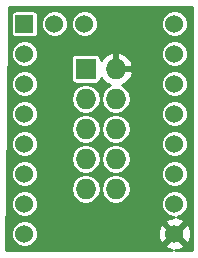
<source format=gbl>
G04 #@! TF.GenerationSoftware,KiCad,Pcbnew,5.0.2+dfsg1-1*
G04 #@! TF.CreationDate,2021-08-07T23:43:54+09:00*
G04 #@! TF.ProjectId,tmc-hv-adapter,746d632d-6876-42d6-9164-61707465722e,rev?*
G04 #@! TF.SameCoordinates,Original*
G04 #@! TF.FileFunction,Copper,L2,Bot*
G04 #@! TF.FilePolarity,Positive*
%FSLAX46Y46*%
G04 Gerber Fmt 4.6, Leading zero omitted, Abs format (unit mm)*
G04 Created by KiCad (PCBNEW 5.0.2+dfsg1-1) date Sat 07 Aug 2021 11:43:54 PM JST*
%MOMM*%
%LPD*%
G01*
G04 APERTURE LIST*
G04 #@! TA.AperFunction,ComponentPad*
%ADD10R,1.727200X1.727200*%
G04 #@! TD*
G04 #@! TA.AperFunction,ComponentPad*
%ADD11O,1.727200X1.727200*%
G04 #@! TD*
G04 #@! TA.AperFunction,ComponentPad*
%ADD12R,1.524000X1.524000*%
G04 #@! TD*
G04 #@! TA.AperFunction,ComponentPad*
%ADD13C,1.524000*%
G04 #@! TD*
G04 #@! TA.AperFunction,ViaPad*
%ADD14C,0.800000*%
G04 #@! TD*
G04 #@! TA.AperFunction,Conductor*
%ADD15C,0.254000*%
G04 #@! TD*
G04 APERTURE END LIST*
D10*
G04 #@! TO.P,J1,1*
G04 #@! TO.N,Net-(J1-Pad1)*
X152146000Y-72390000D03*
D11*
G04 #@! TO.P,J1,2*
G04 #@! TO.N,GND*
X154686000Y-72390000D03*
G04 #@! TO.P,J1,3*
G04 #@! TO.N,Net-(J1-Pad3)*
X152146000Y-74930000D03*
G04 #@! TO.P,J1,4*
G04 #@! TO.N,Net-(J1-Pad4)*
X154686000Y-74930000D03*
G04 #@! TO.P,J1,5*
G04 #@! TO.N,Net-(J1-Pad5)*
X152146000Y-77470000D03*
G04 #@! TO.P,J1,6*
G04 #@! TO.N,Net-(J1-Pad6)*
X154686000Y-77470000D03*
G04 #@! TO.P,J1,7*
G04 #@! TO.N,Net-(J1-Pad7)*
X152146000Y-80010000D03*
G04 #@! TO.P,J1,8*
G04 #@! TO.N,Net-(J1-Pad8)*
X154686000Y-80010000D03*
G04 #@! TO.P,J1,9*
G04 #@! TO.N,Net-(J1-Pad9)*
X152146000Y-82550000D03*
G04 #@! TO.P,J1,10*
G04 #@! TO.N,Net-(J1-Pad10)*
X154686000Y-82550000D03*
G04 #@! TD*
D12*
G04 #@! TO.P,U1,1*
G04 #@! TO.N,Net-(J1-Pad1)*
X146955001Y-68580000D03*
D13*
G04 #@! TO.P,U1,2*
G04 #@! TO.N,Net-(J1-Pad3)*
X146955001Y-71120000D03*
G04 #@! TO.P,U1,3*
G04 #@! TO.N,Net-(J1-Pad5)*
X146955001Y-73660000D03*
G04 #@! TO.P,U1,4*
G04 #@! TO.N,Net-(J1-Pad7)*
X146955001Y-76200000D03*
G04 #@! TO.P,U1,5*
G04 #@! TO.N,Net-(J1-Pad9)*
X146955001Y-78740000D03*
G04 #@! TO.P,U1,6*
G04 #@! TO.N,Net-(J1-Pad10)*
X146955001Y-81280000D03*
G04 #@! TO.P,U1,7*
G04 #@! TO.N,Net-(J1-Pad8)*
X146955001Y-83820000D03*
G04 #@! TO.P,U1,8*
G04 #@! TO.N,Net-(J1-Pad6)*
X146955001Y-86360000D03*
G04 #@! TO.P,U1,9*
G04 #@! TO.N,GND*
X159655001Y-86360000D03*
G04 #@! TO.P,U1,10*
G04 #@! TO.N,Net-(J1-Pad4)*
X159655001Y-83820000D03*
G04 #@! TO.P,U1,11*
G04 #@! TO.N,Net-(U1-Pad11)*
X159655001Y-81280000D03*
G04 #@! TO.P,U1,12*
G04 #@! TO.N,Net-(U1-Pad12)*
X159655001Y-78740000D03*
G04 #@! TO.P,U1,13*
G04 #@! TO.N,Net-(U1-Pad13)*
X159655001Y-76200000D03*
G04 #@! TO.P,U1,14*
G04 #@! TO.N,Net-(U1-Pad14)*
X159655001Y-73660000D03*
G04 #@! TO.P,U1,15*
G04 #@! TO.N,Net-(U1-Pad15)*
X159655001Y-71120000D03*
G04 #@! TO.P,U1,16*
G04 #@! TO.N,Net-(U1-Pad16)*
X159655001Y-68580000D03*
G04 #@! TO.P,U1,17*
G04 #@! TO.N,Net-(U1-Pad17)*
X149495001Y-68580000D03*
G04 #@! TO.P,U1,18*
G04 #@! TO.N,Net-(U1-Pad18)*
X152035001Y-68580000D03*
G04 #@! TD*
D14*
G04 #@! TO.N,GND*
X157480000Y-86360000D03*
X157480000Y-68580000D03*
G04 #@! TD*
D15*
G04 #@! TO.N,GND*
G36*
X161163000Y-87757000D02*
X159689932Y-87757000D01*
X160002369Y-87741362D01*
X160386144Y-87582397D01*
X160455609Y-87340213D01*
X159655001Y-86539605D01*
X158854393Y-87340213D01*
X158923858Y-87582397D01*
X159413264Y-87757000D01*
X145416559Y-87757000D01*
X145436368Y-86132643D01*
X145812001Y-86132643D01*
X145812001Y-86587357D01*
X145986012Y-87007458D01*
X146307543Y-87328989D01*
X146727644Y-87503000D01*
X147182358Y-87503000D01*
X147602459Y-87328989D01*
X147923990Y-87007458D01*
X148098001Y-86587357D01*
X148098001Y-86152302D01*
X158245857Y-86152302D01*
X158273639Y-86707368D01*
X158432604Y-87091143D01*
X158674788Y-87160608D01*
X159475396Y-86360000D01*
X159834606Y-86360000D01*
X160635214Y-87160608D01*
X160877398Y-87091143D01*
X161064145Y-86567698D01*
X161036363Y-86012632D01*
X160877398Y-85628857D01*
X160635214Y-85559392D01*
X159834606Y-86360000D01*
X159475396Y-86360000D01*
X158674788Y-85559392D01*
X158432604Y-85628857D01*
X158245857Y-86152302D01*
X148098001Y-86152302D01*
X148098001Y-86132643D01*
X147923990Y-85712542D01*
X147602459Y-85391011D01*
X147182358Y-85217000D01*
X146727644Y-85217000D01*
X146307543Y-85391011D01*
X145986012Y-85712542D01*
X145812001Y-86132643D01*
X145436368Y-86132643D01*
X145467343Y-83592643D01*
X145812001Y-83592643D01*
X145812001Y-84047357D01*
X145986012Y-84467458D01*
X146307543Y-84788989D01*
X146727644Y-84963000D01*
X147182358Y-84963000D01*
X147602459Y-84788989D01*
X147923990Y-84467458D01*
X148098001Y-84047357D01*
X148098001Y-83592643D01*
X147923990Y-83172542D01*
X147602459Y-82851011D01*
X147182358Y-82677000D01*
X146727644Y-82677000D01*
X146307543Y-82851011D01*
X145986012Y-83172542D01*
X145812001Y-83592643D01*
X145467343Y-83592643D01*
X145480057Y-82550000D01*
X150877017Y-82550000D01*
X150973613Y-83035619D01*
X151248694Y-83447306D01*
X151660381Y-83722387D01*
X152023419Y-83794600D01*
X152268581Y-83794600D01*
X152631619Y-83722387D01*
X153043306Y-83447306D01*
X153318387Y-83035619D01*
X153414983Y-82550000D01*
X153417017Y-82550000D01*
X153513613Y-83035619D01*
X153788694Y-83447306D01*
X154200381Y-83722387D01*
X154563419Y-83794600D01*
X154808581Y-83794600D01*
X155171619Y-83722387D01*
X155365794Y-83592643D01*
X158512001Y-83592643D01*
X158512001Y-84047357D01*
X158686012Y-84467458D01*
X159007543Y-84788989D01*
X159427644Y-84963000D01*
X159620070Y-84963000D01*
X159307633Y-84978638D01*
X158923858Y-85137603D01*
X158854393Y-85379787D01*
X159655001Y-86180395D01*
X160455609Y-85379787D01*
X160386144Y-85137603D01*
X159889012Y-84960244D01*
X160302459Y-84788989D01*
X160623990Y-84467458D01*
X160798001Y-84047357D01*
X160798001Y-83592643D01*
X160623990Y-83172542D01*
X160302459Y-82851011D01*
X159882358Y-82677000D01*
X159427644Y-82677000D01*
X159007543Y-82851011D01*
X158686012Y-83172542D01*
X158512001Y-83592643D01*
X155365794Y-83592643D01*
X155583306Y-83447306D01*
X155858387Y-83035619D01*
X155954983Y-82550000D01*
X155858387Y-82064381D01*
X155583306Y-81652694D01*
X155171619Y-81377613D01*
X154808581Y-81305400D01*
X154563419Y-81305400D01*
X154200381Y-81377613D01*
X153788694Y-81652694D01*
X153513613Y-82064381D01*
X153417017Y-82550000D01*
X153414983Y-82550000D01*
X153318387Y-82064381D01*
X153043306Y-81652694D01*
X152631619Y-81377613D01*
X152268581Y-81305400D01*
X152023419Y-81305400D01*
X151660381Y-81377613D01*
X151248694Y-81652694D01*
X150973613Y-82064381D01*
X150877017Y-82550000D01*
X145480057Y-82550000D01*
X145498318Y-81052643D01*
X145812001Y-81052643D01*
X145812001Y-81507357D01*
X145986012Y-81927458D01*
X146307543Y-82248989D01*
X146727644Y-82423000D01*
X147182358Y-82423000D01*
X147602459Y-82248989D01*
X147923990Y-81927458D01*
X148098001Y-81507357D01*
X148098001Y-81052643D01*
X147923990Y-80632542D01*
X147602459Y-80311011D01*
X147182358Y-80137000D01*
X146727644Y-80137000D01*
X146307543Y-80311011D01*
X145986012Y-80632542D01*
X145812001Y-81052643D01*
X145498318Y-81052643D01*
X145511032Y-80010000D01*
X150877017Y-80010000D01*
X150973613Y-80495619D01*
X151248694Y-80907306D01*
X151660381Y-81182387D01*
X152023419Y-81254600D01*
X152268581Y-81254600D01*
X152631619Y-81182387D01*
X153043306Y-80907306D01*
X153318387Y-80495619D01*
X153414983Y-80010000D01*
X153417017Y-80010000D01*
X153513613Y-80495619D01*
X153788694Y-80907306D01*
X154200381Y-81182387D01*
X154563419Y-81254600D01*
X154808581Y-81254600D01*
X155171619Y-81182387D01*
X155365794Y-81052643D01*
X158512001Y-81052643D01*
X158512001Y-81507357D01*
X158686012Y-81927458D01*
X159007543Y-82248989D01*
X159427644Y-82423000D01*
X159882358Y-82423000D01*
X160302459Y-82248989D01*
X160623990Y-81927458D01*
X160798001Y-81507357D01*
X160798001Y-81052643D01*
X160623990Y-80632542D01*
X160302459Y-80311011D01*
X159882358Y-80137000D01*
X159427644Y-80137000D01*
X159007543Y-80311011D01*
X158686012Y-80632542D01*
X158512001Y-81052643D01*
X155365794Y-81052643D01*
X155583306Y-80907306D01*
X155858387Y-80495619D01*
X155954983Y-80010000D01*
X155858387Y-79524381D01*
X155583306Y-79112694D01*
X155171619Y-78837613D01*
X154808581Y-78765400D01*
X154563419Y-78765400D01*
X154200381Y-78837613D01*
X153788694Y-79112694D01*
X153513613Y-79524381D01*
X153417017Y-80010000D01*
X153414983Y-80010000D01*
X153318387Y-79524381D01*
X153043306Y-79112694D01*
X152631619Y-78837613D01*
X152268581Y-78765400D01*
X152023419Y-78765400D01*
X151660381Y-78837613D01*
X151248694Y-79112694D01*
X150973613Y-79524381D01*
X150877017Y-80010000D01*
X145511032Y-80010000D01*
X145529293Y-78512643D01*
X145812001Y-78512643D01*
X145812001Y-78967357D01*
X145986012Y-79387458D01*
X146307543Y-79708989D01*
X146727644Y-79883000D01*
X147182358Y-79883000D01*
X147602459Y-79708989D01*
X147923990Y-79387458D01*
X148098001Y-78967357D01*
X148098001Y-78512643D01*
X147923990Y-78092542D01*
X147602459Y-77771011D01*
X147182358Y-77597000D01*
X146727644Y-77597000D01*
X146307543Y-77771011D01*
X145986012Y-78092542D01*
X145812001Y-78512643D01*
X145529293Y-78512643D01*
X145542007Y-77470000D01*
X150877017Y-77470000D01*
X150973613Y-77955619D01*
X151248694Y-78367306D01*
X151660381Y-78642387D01*
X152023419Y-78714600D01*
X152268581Y-78714600D01*
X152631619Y-78642387D01*
X153043306Y-78367306D01*
X153318387Y-77955619D01*
X153414983Y-77470000D01*
X153417017Y-77470000D01*
X153513613Y-77955619D01*
X153788694Y-78367306D01*
X154200381Y-78642387D01*
X154563419Y-78714600D01*
X154808581Y-78714600D01*
X155171619Y-78642387D01*
X155365794Y-78512643D01*
X158512001Y-78512643D01*
X158512001Y-78967357D01*
X158686012Y-79387458D01*
X159007543Y-79708989D01*
X159427644Y-79883000D01*
X159882358Y-79883000D01*
X160302459Y-79708989D01*
X160623990Y-79387458D01*
X160798001Y-78967357D01*
X160798001Y-78512643D01*
X160623990Y-78092542D01*
X160302459Y-77771011D01*
X159882358Y-77597000D01*
X159427644Y-77597000D01*
X159007543Y-77771011D01*
X158686012Y-78092542D01*
X158512001Y-78512643D01*
X155365794Y-78512643D01*
X155583306Y-78367306D01*
X155858387Y-77955619D01*
X155954983Y-77470000D01*
X155858387Y-76984381D01*
X155583306Y-76572694D01*
X155171619Y-76297613D01*
X154808581Y-76225400D01*
X154563419Y-76225400D01*
X154200381Y-76297613D01*
X153788694Y-76572694D01*
X153513613Y-76984381D01*
X153417017Y-77470000D01*
X153414983Y-77470000D01*
X153318387Y-76984381D01*
X153043306Y-76572694D01*
X152631619Y-76297613D01*
X152268581Y-76225400D01*
X152023419Y-76225400D01*
X151660381Y-76297613D01*
X151248694Y-76572694D01*
X150973613Y-76984381D01*
X150877017Y-77470000D01*
X145542007Y-77470000D01*
X145560268Y-75972643D01*
X145812001Y-75972643D01*
X145812001Y-76427357D01*
X145986012Y-76847458D01*
X146307543Y-77168989D01*
X146727644Y-77343000D01*
X147182358Y-77343000D01*
X147602459Y-77168989D01*
X147923990Y-76847458D01*
X148098001Y-76427357D01*
X148098001Y-75972643D01*
X147923990Y-75552542D01*
X147602459Y-75231011D01*
X147182358Y-75057000D01*
X146727644Y-75057000D01*
X146307543Y-75231011D01*
X145986012Y-75552542D01*
X145812001Y-75972643D01*
X145560268Y-75972643D01*
X145572983Y-74930000D01*
X150877017Y-74930000D01*
X150973613Y-75415619D01*
X151248694Y-75827306D01*
X151660381Y-76102387D01*
X152023419Y-76174600D01*
X152268581Y-76174600D01*
X152631619Y-76102387D01*
X153043306Y-75827306D01*
X153318387Y-75415619D01*
X153414983Y-74930000D01*
X153318387Y-74444381D01*
X153043306Y-74032694D01*
X152631619Y-73757613D01*
X152268581Y-73685400D01*
X152023419Y-73685400D01*
X151660381Y-73757613D01*
X151248694Y-74032694D01*
X150973613Y-74444381D01*
X150877017Y-74930000D01*
X145572983Y-74930000D01*
X145591244Y-73432643D01*
X145812001Y-73432643D01*
X145812001Y-73887357D01*
X145986012Y-74307458D01*
X146307543Y-74628989D01*
X146727644Y-74803000D01*
X147182358Y-74803000D01*
X147602459Y-74628989D01*
X147923990Y-74307458D01*
X148098001Y-73887357D01*
X148098001Y-73432643D01*
X147923990Y-73012542D01*
X147602459Y-72691011D01*
X147182358Y-72517000D01*
X146727644Y-72517000D01*
X146307543Y-72691011D01*
X145986012Y-73012542D01*
X145812001Y-73432643D01*
X145591244Y-73432643D01*
X145622220Y-70892643D01*
X145812001Y-70892643D01*
X145812001Y-71347357D01*
X145986012Y-71767458D01*
X146307543Y-72088989D01*
X146727644Y-72263000D01*
X147182358Y-72263000D01*
X147602459Y-72088989D01*
X147923990Y-71767458D01*
X148023839Y-71526400D01*
X150893936Y-71526400D01*
X150893936Y-73253600D01*
X150923506Y-73402259D01*
X151007714Y-73528286D01*
X151133741Y-73612494D01*
X151282400Y-73642064D01*
X153009600Y-73642064D01*
X153158259Y-73612494D01*
X153284286Y-73528286D01*
X153368494Y-73402259D01*
X153398064Y-73253600D01*
X153398064Y-73152276D01*
X153403312Y-73164947D01*
X153797510Y-73596821D01*
X154175730Y-73774084D01*
X153788694Y-74032694D01*
X153513613Y-74444381D01*
X153417017Y-74930000D01*
X153513613Y-75415619D01*
X153788694Y-75827306D01*
X154200381Y-76102387D01*
X154563419Y-76174600D01*
X154808581Y-76174600D01*
X155171619Y-76102387D01*
X155365794Y-75972643D01*
X158512001Y-75972643D01*
X158512001Y-76427357D01*
X158686012Y-76847458D01*
X159007543Y-77168989D01*
X159427644Y-77343000D01*
X159882358Y-77343000D01*
X160302459Y-77168989D01*
X160623990Y-76847458D01*
X160798001Y-76427357D01*
X160798001Y-75972643D01*
X160623990Y-75552542D01*
X160302459Y-75231011D01*
X159882358Y-75057000D01*
X159427644Y-75057000D01*
X159007543Y-75231011D01*
X158686012Y-75552542D01*
X158512001Y-75972643D01*
X155365794Y-75972643D01*
X155583306Y-75827306D01*
X155858387Y-75415619D01*
X155954983Y-74930000D01*
X155858387Y-74444381D01*
X155583306Y-74032694D01*
X155196270Y-73774084D01*
X155574490Y-73596821D01*
X155724345Y-73432643D01*
X158512001Y-73432643D01*
X158512001Y-73887357D01*
X158686012Y-74307458D01*
X159007543Y-74628989D01*
X159427644Y-74803000D01*
X159882358Y-74803000D01*
X160302459Y-74628989D01*
X160623990Y-74307458D01*
X160798001Y-73887357D01*
X160798001Y-73432643D01*
X160623990Y-73012542D01*
X160302459Y-72691011D01*
X159882358Y-72517000D01*
X159427644Y-72517000D01*
X159007543Y-72691011D01*
X158686012Y-73012542D01*
X158512001Y-73432643D01*
X155724345Y-73432643D01*
X155968688Y-73164947D01*
X156140958Y-72749026D01*
X156019817Y-72517000D01*
X154813000Y-72517000D01*
X154813000Y-72537000D01*
X154559000Y-72537000D01*
X154559000Y-72517000D01*
X154539000Y-72517000D01*
X154539000Y-72263000D01*
X154559000Y-72263000D01*
X154559000Y-71055531D01*
X154813000Y-71055531D01*
X154813000Y-72263000D01*
X156019817Y-72263000D01*
X156140958Y-72030974D01*
X155968688Y-71615053D01*
X155574490Y-71183179D01*
X155045027Y-70935032D01*
X154813000Y-71055531D01*
X154559000Y-71055531D01*
X154326973Y-70935032D01*
X153797510Y-71183179D01*
X153403312Y-71615053D01*
X153398064Y-71627724D01*
X153398064Y-71526400D01*
X153368494Y-71377741D01*
X153284286Y-71251714D01*
X153158259Y-71167506D01*
X153009600Y-71137936D01*
X151282400Y-71137936D01*
X151133741Y-71167506D01*
X151007714Y-71251714D01*
X150923506Y-71377741D01*
X150893936Y-71526400D01*
X148023839Y-71526400D01*
X148098001Y-71347357D01*
X148098001Y-70892643D01*
X158512001Y-70892643D01*
X158512001Y-71347357D01*
X158686012Y-71767458D01*
X159007543Y-72088989D01*
X159427644Y-72263000D01*
X159882358Y-72263000D01*
X160302459Y-72088989D01*
X160623990Y-71767458D01*
X160798001Y-71347357D01*
X160798001Y-70892643D01*
X160623990Y-70472542D01*
X160302459Y-70151011D01*
X159882358Y-69977000D01*
X159427644Y-69977000D01*
X159007543Y-70151011D01*
X158686012Y-70472542D01*
X158512001Y-70892643D01*
X148098001Y-70892643D01*
X147923990Y-70472542D01*
X147602459Y-70151011D01*
X147182358Y-69977000D01*
X146727644Y-69977000D01*
X146307543Y-70151011D01*
X145986012Y-70472542D01*
X145812001Y-70892643D01*
X145622220Y-70892643D01*
X145659717Y-67818000D01*
X145804537Y-67818000D01*
X145804537Y-69342000D01*
X145834107Y-69490659D01*
X145918315Y-69616686D01*
X146044342Y-69700894D01*
X146193001Y-69730464D01*
X147717001Y-69730464D01*
X147865660Y-69700894D01*
X147991687Y-69616686D01*
X148075895Y-69490659D01*
X148105465Y-69342000D01*
X148105465Y-68352643D01*
X148352001Y-68352643D01*
X148352001Y-68807357D01*
X148526012Y-69227458D01*
X148847543Y-69548989D01*
X149267644Y-69723000D01*
X149722358Y-69723000D01*
X150142459Y-69548989D01*
X150463990Y-69227458D01*
X150638001Y-68807357D01*
X150638001Y-68352643D01*
X150892001Y-68352643D01*
X150892001Y-68807357D01*
X151066012Y-69227458D01*
X151387543Y-69548989D01*
X151807644Y-69723000D01*
X152262358Y-69723000D01*
X152682459Y-69548989D01*
X153003990Y-69227458D01*
X153178001Y-68807357D01*
X153178001Y-68352643D01*
X158512001Y-68352643D01*
X158512001Y-68807357D01*
X158686012Y-69227458D01*
X159007543Y-69548989D01*
X159427644Y-69723000D01*
X159882358Y-69723000D01*
X160302459Y-69548989D01*
X160623990Y-69227458D01*
X160798001Y-68807357D01*
X160798001Y-68352643D01*
X160623990Y-67932542D01*
X160302459Y-67611011D01*
X159882358Y-67437000D01*
X159427644Y-67437000D01*
X159007543Y-67611011D01*
X158686012Y-67932542D01*
X158512001Y-68352643D01*
X153178001Y-68352643D01*
X153003990Y-67932542D01*
X152682459Y-67611011D01*
X152262358Y-67437000D01*
X151807644Y-67437000D01*
X151387543Y-67611011D01*
X151066012Y-67932542D01*
X150892001Y-68352643D01*
X150638001Y-68352643D01*
X150463990Y-67932542D01*
X150142459Y-67611011D01*
X149722358Y-67437000D01*
X149267644Y-67437000D01*
X148847543Y-67611011D01*
X148526012Y-67932542D01*
X148352001Y-68352643D01*
X148105465Y-68352643D01*
X148105465Y-67818000D01*
X148075895Y-67669341D01*
X147991687Y-67543314D01*
X147865660Y-67459106D01*
X147717001Y-67429536D01*
X146193001Y-67429536D01*
X146044342Y-67459106D01*
X145918315Y-67543314D01*
X145834107Y-67669341D01*
X145804537Y-67818000D01*
X145659717Y-67818000D01*
X145667461Y-67183000D01*
X161163000Y-67183000D01*
X161163000Y-87757000D01*
X161163000Y-87757000D01*
G37*
X161163000Y-87757000D02*
X159689932Y-87757000D01*
X160002369Y-87741362D01*
X160386144Y-87582397D01*
X160455609Y-87340213D01*
X159655001Y-86539605D01*
X158854393Y-87340213D01*
X158923858Y-87582397D01*
X159413264Y-87757000D01*
X145416559Y-87757000D01*
X145436368Y-86132643D01*
X145812001Y-86132643D01*
X145812001Y-86587357D01*
X145986012Y-87007458D01*
X146307543Y-87328989D01*
X146727644Y-87503000D01*
X147182358Y-87503000D01*
X147602459Y-87328989D01*
X147923990Y-87007458D01*
X148098001Y-86587357D01*
X148098001Y-86152302D01*
X158245857Y-86152302D01*
X158273639Y-86707368D01*
X158432604Y-87091143D01*
X158674788Y-87160608D01*
X159475396Y-86360000D01*
X159834606Y-86360000D01*
X160635214Y-87160608D01*
X160877398Y-87091143D01*
X161064145Y-86567698D01*
X161036363Y-86012632D01*
X160877398Y-85628857D01*
X160635214Y-85559392D01*
X159834606Y-86360000D01*
X159475396Y-86360000D01*
X158674788Y-85559392D01*
X158432604Y-85628857D01*
X158245857Y-86152302D01*
X148098001Y-86152302D01*
X148098001Y-86132643D01*
X147923990Y-85712542D01*
X147602459Y-85391011D01*
X147182358Y-85217000D01*
X146727644Y-85217000D01*
X146307543Y-85391011D01*
X145986012Y-85712542D01*
X145812001Y-86132643D01*
X145436368Y-86132643D01*
X145467343Y-83592643D01*
X145812001Y-83592643D01*
X145812001Y-84047357D01*
X145986012Y-84467458D01*
X146307543Y-84788989D01*
X146727644Y-84963000D01*
X147182358Y-84963000D01*
X147602459Y-84788989D01*
X147923990Y-84467458D01*
X148098001Y-84047357D01*
X148098001Y-83592643D01*
X147923990Y-83172542D01*
X147602459Y-82851011D01*
X147182358Y-82677000D01*
X146727644Y-82677000D01*
X146307543Y-82851011D01*
X145986012Y-83172542D01*
X145812001Y-83592643D01*
X145467343Y-83592643D01*
X145480057Y-82550000D01*
X150877017Y-82550000D01*
X150973613Y-83035619D01*
X151248694Y-83447306D01*
X151660381Y-83722387D01*
X152023419Y-83794600D01*
X152268581Y-83794600D01*
X152631619Y-83722387D01*
X153043306Y-83447306D01*
X153318387Y-83035619D01*
X153414983Y-82550000D01*
X153417017Y-82550000D01*
X153513613Y-83035619D01*
X153788694Y-83447306D01*
X154200381Y-83722387D01*
X154563419Y-83794600D01*
X154808581Y-83794600D01*
X155171619Y-83722387D01*
X155365794Y-83592643D01*
X158512001Y-83592643D01*
X158512001Y-84047357D01*
X158686012Y-84467458D01*
X159007543Y-84788989D01*
X159427644Y-84963000D01*
X159620070Y-84963000D01*
X159307633Y-84978638D01*
X158923858Y-85137603D01*
X158854393Y-85379787D01*
X159655001Y-86180395D01*
X160455609Y-85379787D01*
X160386144Y-85137603D01*
X159889012Y-84960244D01*
X160302459Y-84788989D01*
X160623990Y-84467458D01*
X160798001Y-84047357D01*
X160798001Y-83592643D01*
X160623990Y-83172542D01*
X160302459Y-82851011D01*
X159882358Y-82677000D01*
X159427644Y-82677000D01*
X159007543Y-82851011D01*
X158686012Y-83172542D01*
X158512001Y-83592643D01*
X155365794Y-83592643D01*
X155583306Y-83447306D01*
X155858387Y-83035619D01*
X155954983Y-82550000D01*
X155858387Y-82064381D01*
X155583306Y-81652694D01*
X155171619Y-81377613D01*
X154808581Y-81305400D01*
X154563419Y-81305400D01*
X154200381Y-81377613D01*
X153788694Y-81652694D01*
X153513613Y-82064381D01*
X153417017Y-82550000D01*
X153414983Y-82550000D01*
X153318387Y-82064381D01*
X153043306Y-81652694D01*
X152631619Y-81377613D01*
X152268581Y-81305400D01*
X152023419Y-81305400D01*
X151660381Y-81377613D01*
X151248694Y-81652694D01*
X150973613Y-82064381D01*
X150877017Y-82550000D01*
X145480057Y-82550000D01*
X145498318Y-81052643D01*
X145812001Y-81052643D01*
X145812001Y-81507357D01*
X145986012Y-81927458D01*
X146307543Y-82248989D01*
X146727644Y-82423000D01*
X147182358Y-82423000D01*
X147602459Y-82248989D01*
X147923990Y-81927458D01*
X148098001Y-81507357D01*
X148098001Y-81052643D01*
X147923990Y-80632542D01*
X147602459Y-80311011D01*
X147182358Y-80137000D01*
X146727644Y-80137000D01*
X146307543Y-80311011D01*
X145986012Y-80632542D01*
X145812001Y-81052643D01*
X145498318Y-81052643D01*
X145511032Y-80010000D01*
X150877017Y-80010000D01*
X150973613Y-80495619D01*
X151248694Y-80907306D01*
X151660381Y-81182387D01*
X152023419Y-81254600D01*
X152268581Y-81254600D01*
X152631619Y-81182387D01*
X153043306Y-80907306D01*
X153318387Y-80495619D01*
X153414983Y-80010000D01*
X153417017Y-80010000D01*
X153513613Y-80495619D01*
X153788694Y-80907306D01*
X154200381Y-81182387D01*
X154563419Y-81254600D01*
X154808581Y-81254600D01*
X155171619Y-81182387D01*
X155365794Y-81052643D01*
X158512001Y-81052643D01*
X158512001Y-81507357D01*
X158686012Y-81927458D01*
X159007543Y-82248989D01*
X159427644Y-82423000D01*
X159882358Y-82423000D01*
X160302459Y-82248989D01*
X160623990Y-81927458D01*
X160798001Y-81507357D01*
X160798001Y-81052643D01*
X160623990Y-80632542D01*
X160302459Y-80311011D01*
X159882358Y-80137000D01*
X159427644Y-80137000D01*
X159007543Y-80311011D01*
X158686012Y-80632542D01*
X158512001Y-81052643D01*
X155365794Y-81052643D01*
X155583306Y-80907306D01*
X155858387Y-80495619D01*
X155954983Y-80010000D01*
X155858387Y-79524381D01*
X155583306Y-79112694D01*
X155171619Y-78837613D01*
X154808581Y-78765400D01*
X154563419Y-78765400D01*
X154200381Y-78837613D01*
X153788694Y-79112694D01*
X153513613Y-79524381D01*
X153417017Y-80010000D01*
X153414983Y-80010000D01*
X153318387Y-79524381D01*
X153043306Y-79112694D01*
X152631619Y-78837613D01*
X152268581Y-78765400D01*
X152023419Y-78765400D01*
X151660381Y-78837613D01*
X151248694Y-79112694D01*
X150973613Y-79524381D01*
X150877017Y-80010000D01*
X145511032Y-80010000D01*
X145529293Y-78512643D01*
X145812001Y-78512643D01*
X145812001Y-78967357D01*
X145986012Y-79387458D01*
X146307543Y-79708989D01*
X146727644Y-79883000D01*
X147182358Y-79883000D01*
X147602459Y-79708989D01*
X147923990Y-79387458D01*
X148098001Y-78967357D01*
X148098001Y-78512643D01*
X147923990Y-78092542D01*
X147602459Y-77771011D01*
X147182358Y-77597000D01*
X146727644Y-77597000D01*
X146307543Y-77771011D01*
X145986012Y-78092542D01*
X145812001Y-78512643D01*
X145529293Y-78512643D01*
X145542007Y-77470000D01*
X150877017Y-77470000D01*
X150973613Y-77955619D01*
X151248694Y-78367306D01*
X151660381Y-78642387D01*
X152023419Y-78714600D01*
X152268581Y-78714600D01*
X152631619Y-78642387D01*
X153043306Y-78367306D01*
X153318387Y-77955619D01*
X153414983Y-77470000D01*
X153417017Y-77470000D01*
X153513613Y-77955619D01*
X153788694Y-78367306D01*
X154200381Y-78642387D01*
X154563419Y-78714600D01*
X154808581Y-78714600D01*
X155171619Y-78642387D01*
X155365794Y-78512643D01*
X158512001Y-78512643D01*
X158512001Y-78967357D01*
X158686012Y-79387458D01*
X159007543Y-79708989D01*
X159427644Y-79883000D01*
X159882358Y-79883000D01*
X160302459Y-79708989D01*
X160623990Y-79387458D01*
X160798001Y-78967357D01*
X160798001Y-78512643D01*
X160623990Y-78092542D01*
X160302459Y-77771011D01*
X159882358Y-77597000D01*
X159427644Y-77597000D01*
X159007543Y-77771011D01*
X158686012Y-78092542D01*
X158512001Y-78512643D01*
X155365794Y-78512643D01*
X155583306Y-78367306D01*
X155858387Y-77955619D01*
X155954983Y-77470000D01*
X155858387Y-76984381D01*
X155583306Y-76572694D01*
X155171619Y-76297613D01*
X154808581Y-76225400D01*
X154563419Y-76225400D01*
X154200381Y-76297613D01*
X153788694Y-76572694D01*
X153513613Y-76984381D01*
X153417017Y-77470000D01*
X153414983Y-77470000D01*
X153318387Y-76984381D01*
X153043306Y-76572694D01*
X152631619Y-76297613D01*
X152268581Y-76225400D01*
X152023419Y-76225400D01*
X151660381Y-76297613D01*
X151248694Y-76572694D01*
X150973613Y-76984381D01*
X150877017Y-77470000D01*
X145542007Y-77470000D01*
X145560268Y-75972643D01*
X145812001Y-75972643D01*
X145812001Y-76427357D01*
X145986012Y-76847458D01*
X146307543Y-77168989D01*
X146727644Y-77343000D01*
X147182358Y-77343000D01*
X147602459Y-77168989D01*
X147923990Y-76847458D01*
X148098001Y-76427357D01*
X148098001Y-75972643D01*
X147923990Y-75552542D01*
X147602459Y-75231011D01*
X147182358Y-75057000D01*
X146727644Y-75057000D01*
X146307543Y-75231011D01*
X145986012Y-75552542D01*
X145812001Y-75972643D01*
X145560268Y-75972643D01*
X145572983Y-74930000D01*
X150877017Y-74930000D01*
X150973613Y-75415619D01*
X151248694Y-75827306D01*
X151660381Y-76102387D01*
X152023419Y-76174600D01*
X152268581Y-76174600D01*
X152631619Y-76102387D01*
X153043306Y-75827306D01*
X153318387Y-75415619D01*
X153414983Y-74930000D01*
X153318387Y-74444381D01*
X153043306Y-74032694D01*
X152631619Y-73757613D01*
X152268581Y-73685400D01*
X152023419Y-73685400D01*
X151660381Y-73757613D01*
X151248694Y-74032694D01*
X150973613Y-74444381D01*
X150877017Y-74930000D01*
X145572983Y-74930000D01*
X145591244Y-73432643D01*
X145812001Y-73432643D01*
X145812001Y-73887357D01*
X145986012Y-74307458D01*
X146307543Y-74628989D01*
X146727644Y-74803000D01*
X147182358Y-74803000D01*
X147602459Y-74628989D01*
X147923990Y-74307458D01*
X148098001Y-73887357D01*
X148098001Y-73432643D01*
X147923990Y-73012542D01*
X147602459Y-72691011D01*
X147182358Y-72517000D01*
X146727644Y-72517000D01*
X146307543Y-72691011D01*
X145986012Y-73012542D01*
X145812001Y-73432643D01*
X145591244Y-73432643D01*
X145622220Y-70892643D01*
X145812001Y-70892643D01*
X145812001Y-71347357D01*
X145986012Y-71767458D01*
X146307543Y-72088989D01*
X146727644Y-72263000D01*
X147182358Y-72263000D01*
X147602459Y-72088989D01*
X147923990Y-71767458D01*
X148023839Y-71526400D01*
X150893936Y-71526400D01*
X150893936Y-73253600D01*
X150923506Y-73402259D01*
X151007714Y-73528286D01*
X151133741Y-73612494D01*
X151282400Y-73642064D01*
X153009600Y-73642064D01*
X153158259Y-73612494D01*
X153284286Y-73528286D01*
X153368494Y-73402259D01*
X153398064Y-73253600D01*
X153398064Y-73152276D01*
X153403312Y-73164947D01*
X153797510Y-73596821D01*
X154175730Y-73774084D01*
X153788694Y-74032694D01*
X153513613Y-74444381D01*
X153417017Y-74930000D01*
X153513613Y-75415619D01*
X153788694Y-75827306D01*
X154200381Y-76102387D01*
X154563419Y-76174600D01*
X154808581Y-76174600D01*
X155171619Y-76102387D01*
X155365794Y-75972643D01*
X158512001Y-75972643D01*
X158512001Y-76427357D01*
X158686012Y-76847458D01*
X159007543Y-77168989D01*
X159427644Y-77343000D01*
X159882358Y-77343000D01*
X160302459Y-77168989D01*
X160623990Y-76847458D01*
X160798001Y-76427357D01*
X160798001Y-75972643D01*
X160623990Y-75552542D01*
X160302459Y-75231011D01*
X159882358Y-75057000D01*
X159427644Y-75057000D01*
X159007543Y-75231011D01*
X158686012Y-75552542D01*
X158512001Y-75972643D01*
X155365794Y-75972643D01*
X155583306Y-75827306D01*
X155858387Y-75415619D01*
X155954983Y-74930000D01*
X155858387Y-74444381D01*
X155583306Y-74032694D01*
X155196270Y-73774084D01*
X155574490Y-73596821D01*
X155724345Y-73432643D01*
X158512001Y-73432643D01*
X158512001Y-73887357D01*
X158686012Y-74307458D01*
X159007543Y-74628989D01*
X159427644Y-74803000D01*
X159882358Y-74803000D01*
X160302459Y-74628989D01*
X160623990Y-74307458D01*
X160798001Y-73887357D01*
X160798001Y-73432643D01*
X160623990Y-73012542D01*
X160302459Y-72691011D01*
X159882358Y-72517000D01*
X159427644Y-72517000D01*
X159007543Y-72691011D01*
X158686012Y-73012542D01*
X158512001Y-73432643D01*
X155724345Y-73432643D01*
X155968688Y-73164947D01*
X156140958Y-72749026D01*
X156019817Y-72517000D01*
X154813000Y-72517000D01*
X154813000Y-72537000D01*
X154559000Y-72537000D01*
X154559000Y-72517000D01*
X154539000Y-72517000D01*
X154539000Y-72263000D01*
X154559000Y-72263000D01*
X154559000Y-71055531D01*
X154813000Y-71055531D01*
X154813000Y-72263000D01*
X156019817Y-72263000D01*
X156140958Y-72030974D01*
X155968688Y-71615053D01*
X155574490Y-71183179D01*
X155045027Y-70935032D01*
X154813000Y-71055531D01*
X154559000Y-71055531D01*
X154326973Y-70935032D01*
X153797510Y-71183179D01*
X153403312Y-71615053D01*
X153398064Y-71627724D01*
X153398064Y-71526400D01*
X153368494Y-71377741D01*
X153284286Y-71251714D01*
X153158259Y-71167506D01*
X153009600Y-71137936D01*
X151282400Y-71137936D01*
X151133741Y-71167506D01*
X151007714Y-71251714D01*
X150923506Y-71377741D01*
X150893936Y-71526400D01*
X148023839Y-71526400D01*
X148098001Y-71347357D01*
X148098001Y-70892643D01*
X158512001Y-70892643D01*
X158512001Y-71347357D01*
X158686012Y-71767458D01*
X159007543Y-72088989D01*
X159427644Y-72263000D01*
X159882358Y-72263000D01*
X160302459Y-72088989D01*
X160623990Y-71767458D01*
X160798001Y-71347357D01*
X160798001Y-70892643D01*
X160623990Y-70472542D01*
X160302459Y-70151011D01*
X159882358Y-69977000D01*
X159427644Y-69977000D01*
X159007543Y-70151011D01*
X158686012Y-70472542D01*
X158512001Y-70892643D01*
X148098001Y-70892643D01*
X147923990Y-70472542D01*
X147602459Y-70151011D01*
X147182358Y-69977000D01*
X146727644Y-69977000D01*
X146307543Y-70151011D01*
X145986012Y-70472542D01*
X145812001Y-70892643D01*
X145622220Y-70892643D01*
X145659717Y-67818000D01*
X145804537Y-67818000D01*
X145804537Y-69342000D01*
X145834107Y-69490659D01*
X145918315Y-69616686D01*
X146044342Y-69700894D01*
X146193001Y-69730464D01*
X147717001Y-69730464D01*
X147865660Y-69700894D01*
X147991687Y-69616686D01*
X148075895Y-69490659D01*
X148105465Y-69342000D01*
X148105465Y-68352643D01*
X148352001Y-68352643D01*
X148352001Y-68807357D01*
X148526012Y-69227458D01*
X148847543Y-69548989D01*
X149267644Y-69723000D01*
X149722358Y-69723000D01*
X150142459Y-69548989D01*
X150463990Y-69227458D01*
X150638001Y-68807357D01*
X150638001Y-68352643D01*
X150892001Y-68352643D01*
X150892001Y-68807357D01*
X151066012Y-69227458D01*
X151387543Y-69548989D01*
X151807644Y-69723000D01*
X152262358Y-69723000D01*
X152682459Y-69548989D01*
X153003990Y-69227458D01*
X153178001Y-68807357D01*
X153178001Y-68352643D01*
X158512001Y-68352643D01*
X158512001Y-68807357D01*
X158686012Y-69227458D01*
X159007543Y-69548989D01*
X159427644Y-69723000D01*
X159882358Y-69723000D01*
X160302459Y-69548989D01*
X160623990Y-69227458D01*
X160798001Y-68807357D01*
X160798001Y-68352643D01*
X160623990Y-67932542D01*
X160302459Y-67611011D01*
X159882358Y-67437000D01*
X159427644Y-67437000D01*
X159007543Y-67611011D01*
X158686012Y-67932542D01*
X158512001Y-68352643D01*
X153178001Y-68352643D01*
X153003990Y-67932542D01*
X152682459Y-67611011D01*
X152262358Y-67437000D01*
X151807644Y-67437000D01*
X151387543Y-67611011D01*
X151066012Y-67932542D01*
X150892001Y-68352643D01*
X150638001Y-68352643D01*
X150463990Y-67932542D01*
X150142459Y-67611011D01*
X149722358Y-67437000D01*
X149267644Y-67437000D01*
X148847543Y-67611011D01*
X148526012Y-67932542D01*
X148352001Y-68352643D01*
X148105465Y-68352643D01*
X148105465Y-67818000D01*
X148075895Y-67669341D01*
X147991687Y-67543314D01*
X147865660Y-67459106D01*
X147717001Y-67429536D01*
X146193001Y-67429536D01*
X146044342Y-67459106D01*
X145918315Y-67543314D01*
X145834107Y-67669341D01*
X145804537Y-67818000D01*
X145659717Y-67818000D01*
X145667461Y-67183000D01*
X161163000Y-67183000D01*
X161163000Y-87757000D01*
G04 #@! TD*
M02*

</source>
